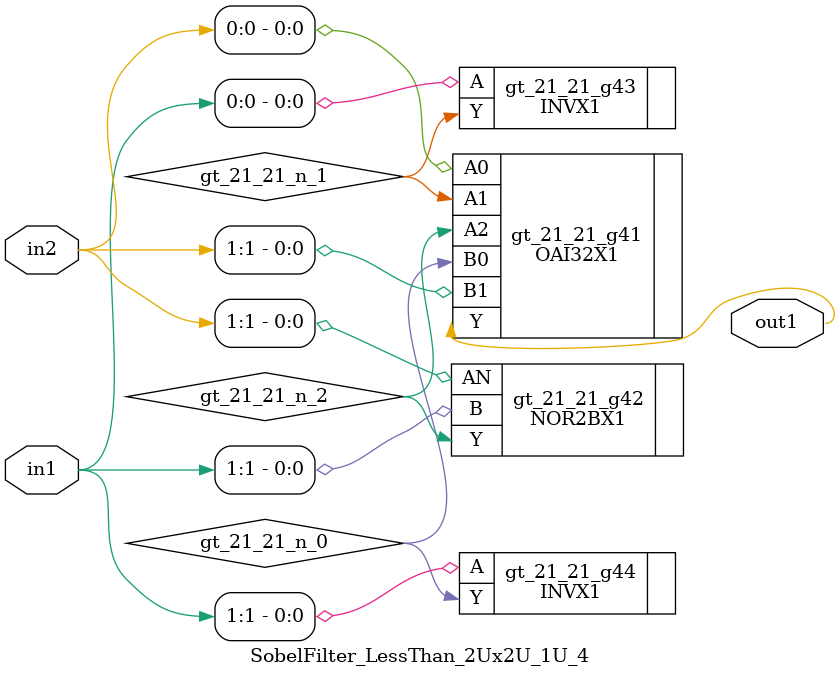
<source format=v>
`timescale 1ps / 1ps


module SobelFilter_LessThan_2Ux2U_1U_4(in2, in1, out1);
  input [1:0] in2, in1;
  output out1;
  wire [1:0] in2, in1;
  wire out1;
  wire gt_21_21_n_0, gt_21_21_n_1, gt_21_21_n_2;
  OAI32X1 gt_21_21_g41(.A0 (in2[0]), .A1 (gt_21_21_n_1), .A2
       (gt_21_21_n_2), .B0 (gt_21_21_n_0), .B1 (in2[1]), .Y (out1));
  NOR2BX1 gt_21_21_g42(.AN (in2[1]), .B (in1[1]), .Y (gt_21_21_n_2));
  INVX1 gt_21_21_g43(.A (in1[0]), .Y (gt_21_21_n_1));
  INVX1 gt_21_21_g44(.A (in1[1]), .Y (gt_21_21_n_0));
endmodule



</source>
